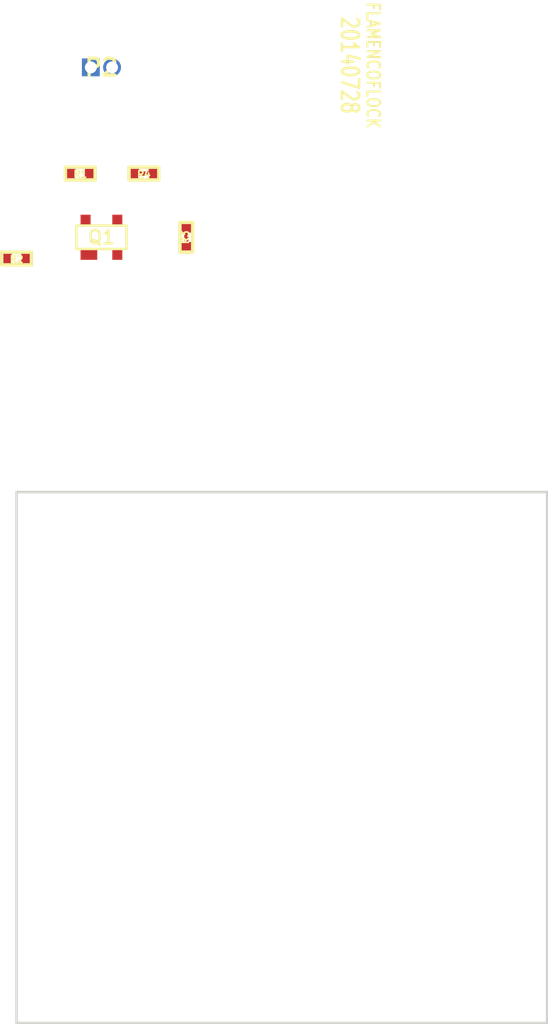
<source format=kicad_pcb>
(kicad_pcb (version 3) (host pcbnew "(2012-nov-02)-stable")

  (general
    (links 8)
    (no_connects 8)
    (area 79.680999 49.835999 86.181001 56.336001)
    (thickness 1.6)
    (drawings 6)
    (tracks 0)
    (zones 0)
    (modules 6)
    (nets 5)
  )

  (page A3)
  (layers
    (15 F.Cu signal)
    (0 B.Cu signal)
    (16 B.Adhes user)
    (17 F.Adhes user)
    (18 B.Paste user)
    (19 F.Paste user)
    (20 B.SilkS user)
    (21 F.SilkS user)
    (22 B.Mask user)
    (23 F.Mask user)
    (24 Dwgs.User user)
    (25 Cmts.User user)
    (26 Eco1.User user)
    (27 Eco2.User user)
    (28 Edge.Cuts user)
  )

  (setup
    (last_trace_width 0.508)
    (trace_clearance 0.254)
    (zone_clearance 0.2032)
    (zone_45_only no)
    (trace_min 0.254)
    (segment_width 0.15)
    (edge_width 0.15)
    (via_size 0.889)
    (via_drill 0.635)
    (via_min_size 0.889)
    (via_min_drill 0.508)
    (uvia_size 0.508)
    (uvia_drill 0.127)
    (uvias_allowed no)
    (uvia_min_size 0.508)
    (uvia_min_drill 0.127)
    (pcb_text_width 0.3)
    (pcb_text_size 1 1)
    (mod_edge_width 0.15)
    (mod_text_size 1 1)
    (mod_text_width 0.15)
    (pad_size 1.0668 1.0668)
    (pad_drill 0.7112)
    (pad_to_mask_clearance 0.0762)
    (aux_axis_origin 0 0)
    (visible_elements FFFFFFBF)
    (pcbplotparams
      (layerselection 284196865)
      (usegerberextensions true)
      (excludeedgelayer true)
      (linewidth 152400)
      (plotframeref false)
      (viasonmask false)
      (mode 1)
      (useauxorigin false)
      (hpglpennumber 1)
      (hpglpenspeed 20)
      (hpglpendiameter 15)
      (hpglpenoverlay 2)
      (psnegative false)
      (psa4output false)
      (plotreference false)
      (plotvalue false)
      (plotothertext true)
      (plotinvisibletext false)
      (padsonsilk false)
      (subtractmaskfromsilk false)
      (outputformat 1)
      (mirror false)
      (drillshape 0)
      (scaleselection 1)
      (outputdirectory gerbers))
  )

  (net 0 "")
  (net 1 /DRAIN)
  (net 2 /GATE)
  (net 3 /SOURCE)
  (net 4 GND)

  (net_class Default "This is the default net class."
    (clearance 0.254)
    (trace_width 0.508)
    (via_dia 0.889)
    (via_drill 0.635)
    (uvia_dia 0.508)
    (uvia_drill 0.127)
    (add_net "")
    (add_net /DRAIN)
    (add_net /GATE)
    (add_net /SOURCE)
    (add_net GND)
  )

  (module GSG-0402 (layer F.Cu) (tedit 53B03450) (tstamp 53B0360A)
    (at 76.2 62.23)
    (path /53703213)
    (solder_mask_margin 0.1016)
    (fp_text reference R2 (at 0 0.0508) (layer F.SilkS)
      (effects (font (size 0.4064 0.4064) (thickness 0.1016)))
    )
    (fp_text value 10k (at 0 0.0508) (layer F.SilkS) hide
      (effects (font (size 0.4064 0.4064) (thickness 0.1016)))
    )
    (fp_line (start 0.889 -0.381) (end 0.889 0.381) (layer F.SilkS) (width 0.2032))
    (fp_line (start 0.889 0.381) (end -0.889 0.381) (layer F.SilkS) (width 0.2032))
    (fp_line (start -0.889 0.381) (end -0.889 -0.381) (layer F.SilkS) (width 0.2032))
    (fp_line (start -0.889 -0.381) (end 0.889 -0.381) (layer F.SilkS) (width 0.2032))
    (pad 2 smd rect (at 0.5334 0) (size 0.508 0.5588)
      (layers F.Cu F.Paste F.Mask)
      (net 3 /SOURCE)
      (solder_mask_margin 0.1016)
    )
    (pad 1 smd rect (at -0.5334 0) (size 0.508 0.5588)
      (layers F.Cu F.Paste F.Mask)
      (net 2 /GATE)
      (die_length -2147.483648)
      (solder_mask_margin 0.1016)
    )
  )

  (module GSG-0402 (layer F.Cu) (tedit 53B3B4DC) (tstamp 53B03614)
    (at 80.01 57.15 180)
    (path /5370DAFA)
    (solder_mask_margin 0.1016)
    (fp_text reference R1 (at 0 -0.037 180) (layer F.SilkS)
      (effects (font (size 0.4064 0.4064) (thickness 0.1016)))
    )
    (fp_text value DNP (at 0 0.0508 180) (layer F.SilkS) hide
      (effects (font (size 0.4064 0.4064) (thickness 0.1016)))
    )
    (fp_line (start 0.889 -0.381) (end 0.889 0.381) (layer F.SilkS) (width 0.2032))
    (fp_line (start 0.889 0.381) (end -0.889 0.381) (layer F.SilkS) (width 0.2032))
    (fp_line (start -0.889 0.381) (end -0.889 -0.381) (layer F.SilkS) (width 0.2032))
    (fp_line (start -0.889 -0.381) (end 0.889 -0.381) (layer F.SilkS) (width 0.2032))
    (pad 2 smd rect (at 0.5334 0 180) (size 0.508 0.5588)
      (layers F.Cu F.Paste F.Mask)
      (net 4 GND)
      (solder_mask_margin 0.1016)
    )
    (pad 1 smd rect (at -0.5334 0 180) (size 0.508 0.5588)
      (layers F.Cu F.Paste F.Mask)
      (net 1 /DRAIN)
      (die_length -2147.483648)
      (solder_mask_margin 0.1016)
    )
  )

  (module GSG-50MIL-HEADER-1x2-TH (layer F.Cu) (tedit 53B03A6B) (tstamp 53B035FA)
    (at 81.28 50.8)
    (path /53B03152)
    (fp_text reference P2 (at 0 0) (layer F.SilkS)
      (effects (font (size 1.00076 1.00076) (thickness 0.2032)))
    )
    (fp_text value ANTENNA (at 0 0) (layer F.SilkS) hide
      (effects (font (size 1.00076 1.00076) (thickness 0.2032)))
    )
    (pad 1 thru_hole rect (at -0.635 0) (size 1.0668 1.0668) (drill 0.7112)
      (layers *.Cu *.Mask)
      (net 1 /DRAIN)
    )
    (pad 2 thru_hole circle (at 0.635 0) (size 1.0668 1.0668) (drill 0.7112)
      (layers *.Cu *.Mask)
      (net 4 GND)
    )
  )

  (module GSG-0402-SHORT-10MIL (layer F.Cu) (tedit 53B57B9C) (tstamp 53B03628)
    (at 83.82 57.15)
    (path /53B032AD)
    (solder_mask_margin 0.1016)
    (fp_text reference R4 (at 0 0.0508) (layer F.SilkS)
      (effects (font (size 0.4064 0.4064) (thickness 0.1016)))
    )
    (fp_text value 0 (at 0 0.0508) (layer F.SilkS) hide
      (effects (font (size 0.4064 0.4064) (thickness 0.1016)))
    )
    (fp_line (start 0.889 -0.381) (end 0.889 0.381) (layer F.SilkS) (width 0.2032))
    (fp_line (start 0.889 0.381) (end -0.889 0.381) (layer F.SilkS) (width 0.2032))
    (fp_line (start -0.889 0.381) (end -0.889 -0.381) (layer F.SilkS) (width 0.2032))
    (fp_line (start -0.889 -0.381) (end 0.889 -0.381) (layer F.SilkS) (width 0.2032))
    (pad 2 smd rect (at 0.5334 0) (size 0.508 0.5588)
      (layers F.Cu F.Mask)
      (solder_mask_margin 0.1016)
    )
    (pad 1 smd rect (at -0.5334 0) (size 0.508 0.5588)
      (layers F.Cu F.Mask)
      (net 4 GND)
      (die_length -2147.483648)
      (solder_mask_margin 0.1016)
    )
    (pad "" smd rect (at 0 0) (size 0.762 0.254)
      (layers F.Cu F.Mask)
    )
  )

  (module GSG-0402-SHORT-10MIL (layer F.Cu) (tedit 53B57B9C) (tstamp 53B0361E)
    (at 86.36 60.96 270)
    (path /5370DB07)
    (solder_mask_margin 0.1016)
    (fp_text reference R3 (at 0 0.0508 270) (layer F.SilkS)
      (effects (font (size 0.4064 0.4064) (thickness 0.1016)))
    )
    (fp_text value 0 (at 0 0.0508 270) (layer F.SilkS) hide
      (effects (font (size 0.4064 0.4064) (thickness 0.1016)))
    )
    (fp_line (start 0.889 -0.381) (end 0.889 0.381) (layer F.SilkS) (width 0.2032))
    (fp_line (start 0.889 0.381) (end -0.889 0.381) (layer F.SilkS) (width 0.2032))
    (fp_line (start -0.889 0.381) (end -0.889 -0.381) (layer F.SilkS) (width 0.2032))
    (fp_line (start -0.889 -0.381) (end 0.889 -0.381) (layer F.SilkS) (width 0.2032))
    (pad 2 smd rect (at 0.5334 0 270) (size 0.508 0.5588)
      (layers F.Cu F.Mask)
      (net 3 /SOURCE)
      (solder_mask_margin 0.1016)
    )
    (pad 1 smd rect (at -0.5334 0 270) (size 0.508 0.5588)
      (layers F.Cu F.Mask)
      (net 4 GND)
      (die_length -2147.483648)
      (solder_mask_margin 0.1016)
    )
    (pad "" smd rect (at 0 0 270) (size 0.762 0.254)
      (layers F.Cu F.Mask)
    )
  )

  (module GSG-SOT143B-GDS (layer F.Cu) (tedit 53D5C311) (tstamp 53B035F4)
    (at 81.28 60.96)
    (path /5370319E)
    (fp_text reference Q1 (at 0 0) (layer F.SilkS)
      (effects (font (size 0.8 0.8) (thickness 0.15)))
    )
    (fp_text value MOSFET_N (at 0 0) (layer F.SilkS) hide
      (effects (font (size 0.8 0.8) (thickness 0.15)))
    )
    (fp_line (start -1.5 -0.7) (end 1.5 -0.7) (layer F.SilkS) (width 0.15))
    (fp_line (start 1.5 -0.7) (end 1.5 0.7) (layer F.SilkS) (width 0.15))
    (fp_line (start 1.5 0.7) (end -1.5 0.7) (layer F.SilkS) (width 0.15))
    (fp_line (start -1.5 0.7) (end -1.5 -0.7) (layer F.SilkS) (width 0.15))
    (pad B smd rect (at -0.75 1) (size 1 0.7)
      (layers F.Cu F.Paste F.Mask)
    )
    (pad S smd rect (at 0.95 1) (size 0.6 0.7)
      (layers F.Cu F.Paste F.Mask)
      (net 3 /SOURCE)
    )
    (pad D smd rect (at 0.95 -1) (size 0.6 0.7)
      (layers F.Cu F.Paste F.Mask)
      (net 1 /DRAIN)
    )
    (pad G smd rect (at -0.95 -1) (size 0.6 0.7)
      (layers F.Cu F.Paste F.Mask)
      (net 2 /GATE)
    )
  )

  (gr_line (start 76.2 107.95) (end 76.2 76.2) (angle 90) (layer Edge.Cuts) (width 0.15))
  (gr_line (start 107.95 107.95) (end 76.2 107.95) (angle 90) (layer Edge.Cuts) (width 0.15))
  (gr_line (start 107.95 76.2) (end 107.95 107.95) (angle 90) (layer Edge.Cuts) (width 0.15))
  (gr_line (start 76.2 76.2) (end 107.95 76.2) (angle 90) (layer Edge.Cuts) (width 0.15))
  (gr_text 20140728 (at 96.139 50.673 270) (layer F.SilkS)
    (effects (font (size 1.016 0.762) (thickness 0.1524)))
  )
  (gr_text FLAMENCOFLOCK (at 97.536 50.673 270) (layer F.SilkS)
    (effects (font (size 0.762 0.6096) (thickness 0.127)))
  )

)

</source>
